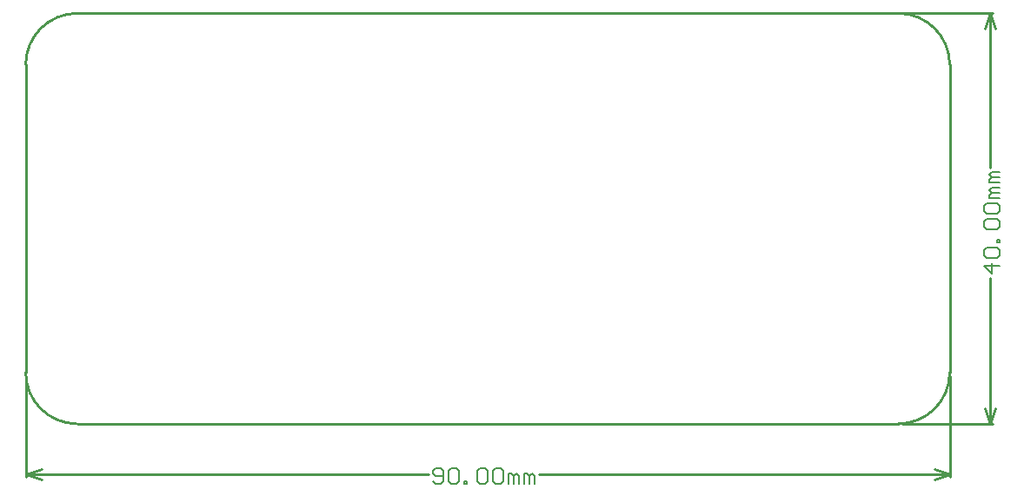
<source format=gm1>
G04*
G04 #@! TF.GenerationSoftware,Altium Limited,Altium Designer,20.0.2 (26)*
G04*
G04 Layer_Color=16711935*
%FSLAX25Y25*%
%MOIN*%
G70*
G01*
G75*
%ADD10C,0.01000*%
%ADD11C,0.00600*%
D10*
X255906Y295276D02*
G03*
X236221Y275590I0J-19685D01*
G01*
Y157480D02*
G03*
X255906Y137795I19685J0D01*
G01*
X570866D02*
G03*
X590551Y157480I0J19685D01*
G01*
Y275590D02*
G03*
X570866Y295276I-19685J-0D01*
G01*
X255906Y295276D02*
X570866D01*
X590551Y157480D02*
Y275590D01*
X255906Y137795D02*
X570866D01*
X236221Y157480D02*
Y275590D01*
X604000Y143795D02*
X606000Y137795D01*
X608000Y143795D01*
X606000Y295276D02*
X608000Y289276D01*
X604000D02*
X606000Y295276D01*
Y137795D02*
Y193842D01*
Y236029D02*
Y295276D01*
X572366Y137795D02*
X607000D01*
X572366Y295276D02*
X607000D01*
X236221Y118500D02*
X242220Y120500D01*
X236221Y118500D02*
X242220Y116500D01*
X584551D02*
X590551Y118500D01*
X584551Y120500D02*
X590551Y118500D01*
X236221D02*
X390692D01*
X432879D02*
X590551D01*
X236221Y117500D02*
Y155980D01*
X590551Y117500D02*
Y155980D01*
X255906Y295276D02*
G03*
X236221Y275590I0J-19685D01*
G01*
Y157480D02*
G03*
X255906Y137795I19685J0D01*
G01*
X570866D02*
G03*
X590551Y157480I0J19685D01*
G01*
Y275590D02*
G03*
X570866Y295276I-19685J-0D01*
G01*
X255906Y295276D02*
X570866D01*
X590551Y157480D02*
Y275590D01*
X255906Y137795D02*
X570866D01*
X236221Y157480D02*
Y275590D01*
X604000Y143795D02*
X606000Y137795D01*
X608000Y143795D01*
X606000Y295276D02*
X608000Y289276D01*
X604000D02*
X606000Y295276D01*
Y137795D02*
Y193842D01*
Y236029D02*
Y295276D01*
X572366Y137795D02*
X607000D01*
X572366Y295276D02*
X607000D01*
X236221Y118500D02*
X242220Y120500D01*
X236221Y118500D02*
X242220Y116500D01*
X584551D02*
X590551Y118500D01*
X584551Y120500D02*
X590551Y118500D01*
X236221D02*
X390692D01*
X432879D02*
X590551D01*
X236221Y117500D02*
Y155980D01*
X590551Y117500D02*
Y155980D01*
D11*
X609599Y198441D02*
X603601D01*
X606600Y195442D01*
Y199441D01*
X604601Y201440D02*
X603601Y202439D01*
Y204439D01*
X604601Y205438D01*
X608599D01*
X609599Y204439D01*
Y202439D01*
X608599Y201440D01*
X604601D01*
X609599Y207438D02*
X608599D01*
Y208437D01*
X609599D01*
Y207438D01*
X604601Y212436D02*
X603601Y213436D01*
Y215435D01*
X604601Y216435D01*
X608599D01*
X609599Y215435D01*
Y213436D01*
X608599Y212436D01*
X604601D01*
Y218434D02*
X603601Y219434D01*
Y221433D01*
X604601Y222433D01*
X608599D01*
X609599Y221433D01*
Y219434D01*
X608599Y218434D01*
X604601D01*
X609599Y224432D02*
X605600D01*
Y225432D01*
X606600Y226432D01*
X609599D01*
X606600D01*
X605600Y227431D01*
X606600Y228431D01*
X609599D01*
Y230430D02*
X605600D01*
Y231430D01*
X606600Y232430D01*
X609599D01*
X606600D01*
X605600Y233429D01*
X606600Y234429D01*
X609599D01*
X392292Y115901D02*
X393292Y114901D01*
X395291D01*
X396291Y115901D01*
Y119899D01*
X395291Y120899D01*
X393292D01*
X392292Y119899D01*
Y118900D01*
X393292Y117900D01*
X396291D01*
X398290Y119899D02*
X399290Y120899D01*
X401289D01*
X402289Y119899D01*
Y115901D01*
X401289Y114901D01*
X399290D01*
X398290Y115901D01*
Y119899D01*
X404288Y114901D02*
Y115901D01*
X405288D01*
Y114901D01*
X404288D01*
X409287Y119899D02*
X410286Y120899D01*
X412286D01*
X413285Y119899D01*
Y115901D01*
X412286Y114901D01*
X410286D01*
X409287Y115901D01*
Y119899D01*
X415285D02*
X416284Y120899D01*
X418284D01*
X419283Y119899D01*
Y115901D01*
X418284Y114901D01*
X416284D01*
X415285Y115901D01*
Y119899D01*
X421283Y114901D02*
Y118900D01*
X422282D01*
X423282Y117900D01*
Y114901D01*
Y117900D01*
X424282Y118900D01*
X425281Y117900D01*
Y114901D01*
X427281D02*
Y118900D01*
X428280D01*
X429280Y117900D01*
Y114901D01*
Y117900D01*
X430280Y118900D01*
X431280Y117900D01*
Y114901D01*
X609599Y198441D02*
X603601D01*
X606600Y195442D01*
Y199441D01*
X604601Y201440D02*
X603601Y202439D01*
Y204439D01*
X604601Y205438D01*
X608599D01*
X609599Y204439D01*
Y202439D01*
X608599Y201440D01*
X604601D01*
X609599Y207438D02*
X608599D01*
Y208437D01*
X609599D01*
Y207438D01*
X604601Y212436D02*
X603601Y213436D01*
Y215435D01*
X604601Y216435D01*
X608599D01*
X609599Y215435D01*
Y213436D01*
X608599Y212436D01*
X604601D01*
Y218434D02*
X603601Y219434D01*
Y221433D01*
X604601Y222433D01*
X608599D01*
X609599Y221433D01*
Y219434D01*
X608599Y218434D01*
X604601D01*
X609599Y224432D02*
X605600D01*
Y225432D01*
X606600Y226432D01*
X609599D01*
X606600D01*
X605600Y227431D01*
X606600Y228431D01*
X609599D01*
Y230430D02*
X605600D01*
Y231430D01*
X606600Y232430D01*
X609599D01*
X606600D01*
X605600Y233429D01*
X606600Y234429D01*
X609599D01*
X392292Y115901D02*
X393292Y114901D01*
X395291D01*
X396291Y115901D01*
Y119899D01*
X395291Y120899D01*
X393292D01*
X392292Y119899D01*
Y118900D01*
X393292Y117900D01*
X396291D01*
X398290Y119899D02*
X399290Y120899D01*
X401289D01*
X402289Y119899D01*
Y115901D01*
X401289Y114901D01*
X399290D01*
X398290Y115901D01*
Y119899D01*
X404288Y114901D02*
Y115901D01*
X405288D01*
Y114901D01*
X404288D01*
X409287Y119899D02*
X410286Y120899D01*
X412286D01*
X413285Y119899D01*
Y115901D01*
X412286Y114901D01*
X410286D01*
X409287Y115901D01*
Y119899D01*
X415285D02*
X416284Y120899D01*
X418284D01*
X419283Y119899D01*
Y115901D01*
X418284Y114901D01*
X416284D01*
X415285Y115901D01*
Y119899D01*
X421283Y114901D02*
Y118900D01*
X422282D01*
X423282Y117900D01*
Y114901D01*
Y117900D01*
X424282Y118900D01*
X425281Y117900D01*
Y114901D01*
X427281D02*
Y118900D01*
X428280D01*
X429280Y117900D01*
Y114901D01*
Y117900D01*
X430280Y118900D01*
X431280Y117900D01*
Y114901D01*
M02*

</source>
